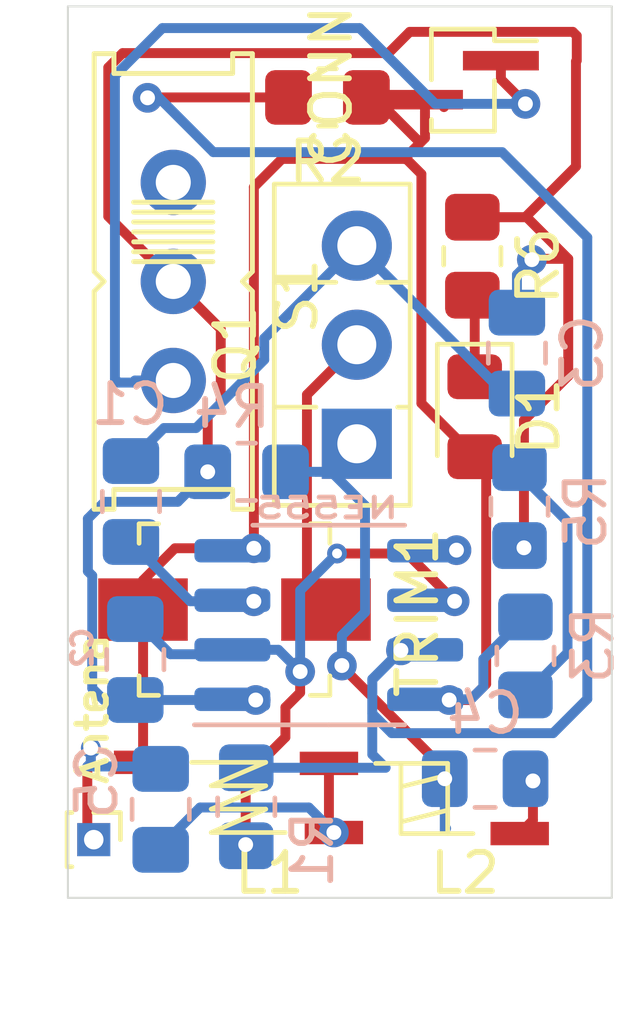
<source format=kicad_pcb>
(kicad_pcb (version 20171130) (host pcbnew 5.1.12-84ad8e8a86~92~ubuntu20.04.1)

  (general
    (thickness 1.6)
    (drawings 4)
    (tracks 177)
    (zones 0)
    (modules 20)
    (nets 17)
  )

  (page A4)
  (layers
    (0 F.Cu signal)
    (31 B.Cu signal)
    (32 B.Adhes user)
    (33 F.Adhes user)
    (34 B.Paste user)
    (35 F.Paste user)
    (36 B.SilkS user)
    (37 F.SilkS user)
    (38 B.Mask user)
    (39 F.Mask user)
    (40 Dwgs.User user)
    (41 Cmts.User user)
    (42 Eco1.User user)
    (43 Eco2.User user)
    (44 Edge.Cuts user)
    (45 Margin user)
    (46 B.CrtYd user)
    (47 F.CrtYd user)
    (48 B.Fab user)
    (49 F.Fab user)
  )

  (setup
    (last_trace_width 0.254)
    (user_trace_width 0.254)
    (trace_clearance 0.254)
    (zone_clearance 0.508)
    (zone_45_only no)
    (trace_min 0.254)
    (via_size 0.762)
    (via_drill 0.381)
    (via_min_size 0.508)
    (via_min_drill 0.254)
    (uvia_size 0.508)
    (uvia_drill 0.254)
    (uvias_allowed no)
    (uvia_min_size 0.508)
    (uvia_min_drill 0.254)
    (edge_width 0.05)
    (segment_width 0.2)
    (pcb_text_width 0.3)
    (pcb_text_size 1.5 1.5)
    (mod_edge_width 0.12)
    (mod_text_size 1 1)
    (mod_text_width 0.15)
    (pad_size 1.524 1.524)
    (pad_drill 0.762)
    (pad_to_mask_clearance 0)
    (aux_axis_origin 0 0)
    (visible_elements FFFFFF7F)
    (pcbplotparams
      (layerselection 0x010fc_ffffffff)
      (usegerberextensions false)
      (usegerberattributes true)
      (usegerberadvancedattributes true)
      (creategerberjobfile true)
      (excludeedgelayer true)
      (linewidth 0.100000)
      (plotframeref false)
      (viasonmask false)
      (mode 1)
      (useauxorigin false)
      (hpglpennumber 1)
      (hpglpenspeed 20)
      (hpglpendiameter 15.000000)
      (psnegative false)
      (psa4output false)
      (plotreference true)
      (plotvalue true)
      (plotinvisibletext false)
      (padsonsilk false)
      (subtractmaskfromsilk false)
      (outputformat 1)
      (mirror false)
      (drillshape 0)
      (scaleselection 1)
      (outputdirectory "files/pnp files/"))
  )

  (net 0 "")
  (net 1 "Net-(ANT1-Pad1)")
  (net 2 "Net-(C1-Pad1)")
  (net 3 "Net-(C1-Pad2)")
  (net 4 "Net-(C2-Pad1)")
  (net 5 Earth)
  (net 6 "Net-(C4-Pad1)")
  (net 7 "Net-(C4-Pad2)")
  (net 8 "Net-(C5-Pad2)")
  (net 9 "Net-(D1-Pad1)")
  (net 10 "Net-(D1-Pad2)")
  (net 11 "Net-(J1-Pad1)")
  (net 12 "Net-(Q1-Pad2)")
  (net 13 "Net-(R1-Pad1)")
  (net 14 "Net-(R3-Pad2)")
  (net 15 "Net-(S1-PadO)")
  (net 16 "Net-(U1-Pad5)")

  (net_class Default "This is the default net class."
    (clearance 0.254)
    (trace_width 0.254)
    (via_dia 0.762)
    (via_drill 0.381)
    (uvia_dia 0.508)
    (uvia_drill 0.254)
    (diff_pair_width 0.254)
    (diff_pair_gap 0.25)
    (add_net Earth)
    (add_net "Net-(ANT1-Pad1)")
    (add_net "Net-(C1-Pad1)")
    (add_net "Net-(C1-Pad2)")
    (add_net "Net-(C2-Pad1)")
    (add_net "Net-(C4-Pad1)")
    (add_net "Net-(C4-Pad2)")
    (add_net "Net-(C5-Pad2)")
    (add_net "Net-(D1-Pad1)")
    (add_net "Net-(D1-Pad2)")
    (add_net "Net-(J1-Pad1)")
    (add_net "Net-(Q1-Pad2)")
    (add_net "Net-(R1-Pad1)")
    (add_net "Net-(R3-Pad2)")
    (add_net "Net-(S1-PadO)")
    (add_net "Net-(U1-Pad5)")
  )

  (module Resistor_SMD:R_0805_2012Metric_Pad1.20x1.40mm_HandSolder (layer F.Cu) (tedit 5F68FEEE) (tstamp 61EB6967)
    (at 69.1515 39.67226 180)
    (descr "Resistor SMD 0805 (2012 Metric), square (rectangular) end terminal, IPC_7351 nominal with elongated pad for handsoldering. (Body size source: IPC-SM-782 page 72, https://www.pcb-3d.com/wordpress/wp-content/uploads/ipc-sm-782a_amendment_1_and_2.pdf), generated with kicad-footprint-generator")
    (tags "resistor handsolder")
    (path /61EA91F9)
    (attr smd)
    (fp_text reference R2 (at 0 -1.65) (layer F.SilkS)
      (effects (font (size 1 1) (thickness 0.15)))
    )
    (fp_text value 6.8k (at 0 1.65) (layer F.Fab)
      (effects (font (size 1 1) (thickness 0.15)))
    )
    (fp_line (start -1 0.625) (end -1 -0.625) (layer F.Fab) (width 0.1))
    (fp_line (start -1 -0.625) (end 1 -0.625) (layer F.Fab) (width 0.1))
    (fp_line (start 1 -0.625) (end 1 0.625) (layer F.Fab) (width 0.1))
    (fp_line (start 1 0.625) (end -1 0.625) (layer F.Fab) (width 0.1))
    (fp_line (start -0.227064 -0.735) (end 0.227064 -0.735) (layer F.SilkS) (width 0.12))
    (fp_line (start -0.227064 0.735) (end 0.227064 0.735) (layer F.SilkS) (width 0.12))
    (fp_line (start -1.85 0.95) (end -1.85 -0.95) (layer F.CrtYd) (width 0.05))
    (fp_line (start -1.85 -0.95) (end 1.85 -0.95) (layer F.CrtYd) (width 0.05))
    (fp_line (start 1.85 -0.95) (end 1.85 0.95) (layer F.CrtYd) (width 0.05))
    (fp_line (start 1.85 0.95) (end -1.85 0.95) (layer F.CrtYd) (width 0.05))
    (fp_text user %R (at 0 0) (layer F.Fab)
      (effects (font (size 0.5 0.5) (thickness 0.08)))
    )
    (pad 1 smd roundrect (at -1 0 180) (size 1.2 1.4) (layers F.Cu F.Paste F.Mask) (roundrect_rratio 0.2083325)
      (net 10 "Net-(D1-Pad2)"))
    (pad 2 smd roundrect (at 1 0 180) (size 1.2 1.4) (layers F.Cu F.Paste F.Mask) (roundrect_rratio 0.2083325)
      (net 13 "Net-(R1-Pad1)"))
    (model ${KISYS3DMOD}/Resistor_SMD.3dshapes/R_0805_2012Metric.wrl
      (at (xyz 0 0 0))
      (scale (xyz 1 1 1))
      (rotate (xyz 0 0 0))
    )
  )

  (module Connector_PinSocket_1.00mm:PinSocket_1x02_P1.00mm_Vertical_SMD_Pin1Right (layer F.Cu) (tedit 5A19A432) (tstamp 61EB41EB)
    (at 72.6313 39.2303)
    (descr "surface-mounted straight socket strip, 1x02, 1.00mm pitch, single row, style 2 (pin 1 right) (https://gct.co/files/drawings/bc070.pdf), script generated")
    (tags "Surface mounted socket strip SMD 1x02 1.00mm single row style2 pin1 right")
    (path /61ED3647)
    (attr smd)
    (fp_text reference CONN (at -3.38328 0.1651 90) (layer F.SilkS)
      (effects (font (size 1 1) (thickness 0.15)))
    )
    (fp_text value Connector (at 0 2.75) (layer F.Fab)
      (effects (font (size 1 1) (thickness 0.15)))
    )
    (fp_line (start -2.45 1.75) (end -2.45 -1.75) (layer F.CrtYd) (width 0.05))
    (fp_line (start 2.45 1.75) (end -2.45 1.75) (layer F.CrtYd) (width 0.05))
    (fp_line (start 2.45 -1.75) (end 2.45 1.75) (layer F.CrtYd) (width 0.05))
    (fp_line (start -2.45 -1.75) (end 2.45 -1.75) (layer F.CrtYd) (width 0.05))
    (fp_line (start -1.45 0.65) (end -1.45 0.35) (layer F.Fab) (width 0.1))
    (fp_line (start -0.75 0.65) (end -1.45 0.65) (layer F.Fab) (width 0.1))
    (fp_line (start -1.45 0.35) (end -0.75 0.35) (layer F.Fab) (width 0.1))
    (fp_line (start 1.45 -0.35) (end 0.75 -0.35) (layer F.Fab) (width 0.1))
    (fp_line (start 1.45 -0.65) (end 1.45 -0.35) (layer F.Fab) (width 0.1))
    (fp_line (start 0.75 -0.65) (end 1.45 -0.65) (layer F.Fab) (width 0.1))
    (fp_line (start -0.75 1.25) (end -0.75 -1.25) (layer F.Fab) (width 0.1))
    (fp_line (start 0.75 1.25) (end -0.75 1.25) (layer F.Fab) (width 0.1))
    (fp_line (start 0.75 -0.875) (end 0.75 1.25) (layer F.Fab) (width 0.1))
    (fp_line (start 0.375 -1.25) (end 0.75 -0.875) (layer F.Fab) (width 0.1))
    (fp_line (start -0.75 -1.25) (end 0.375 -1.25) (layer F.Fab) (width 0.1))
    (fp_line (start 0.81 -1.01) (end 1.89 -1.01) (layer F.SilkS) (width 0.12))
    (fp_line (start -0.81 1.01) (end -0.81 1.31) (layer F.SilkS) (width 0.12))
    (fp_line (start -0.81 -1.31) (end -0.81 -0.01) (layer F.SilkS) (width 0.12))
    (fp_line (start -0.81 1.31) (end 0.81 1.31) (layer F.SilkS) (width 0.12))
    (fp_line (start 0.81 0.01) (end 0.81 1.31) (layer F.SilkS) (width 0.12))
    (fp_line (start 0.81 -1.31) (end 0.81 -1.01) (layer F.SilkS) (width 0.12))
    (fp_line (start -0.81 -1.31) (end 0.81 -1.31) (layer F.SilkS) (width 0.12))
    (fp_text user %R (at 0 0 90) (layer F.Fab)
      (effects (font (size 0.9 0.9) (thickness 0.14)))
    )
    (pad 1 smd rect (at 0.975 -0.5) (size 1.95 0.5) (layers F.Cu F.Paste F.Mask)
      (net 11 "Net-(J1-Pad1)"))
    (pad 2 smd rect (at -0.975 0.5) (size 1.95 0.5) (layers F.Cu F.Paste F.Mask)
      (net 10 "Net-(D1-Pad2)"))
    (model ${KISYS3DMOD}/Connector_PinSocket_1.00mm.3dshapes/PinSocket_1x02_P1.00mm_Vertical_SMD_Pin1Right.wrl
      (at (xyz 0 0 0))
      (scale (xyz 1 1 1))
      (rotate (xyz 0 0 0))
    )
  )

  (module Connector_PinHeader_1.00mm:PinHeader_1x01_P1.00mm_Vertical (layer F.Cu) (tedit 59FED738) (tstamp 61EBB247)
    (at 63.14948 58.70702 270)
    (descr "Through hole straight pin header, 1x01, 1.00mm pitch, single row")
    (tags "Through hole pin header THT 1x01 1.00mm single row")
    (path /61EC4982)
    (fp_text reference Antena (at -3.3528 0.03302 90) (layer F.SilkS)
      (effects (font (size 0.762 0.762) (thickness 0.15)))
    )
    (fp_text value Antenna (at 0 1.56 90) (layer F.Fab)
      (effects (font (size 1 1) (thickness 0.15)))
    )
    (fp_line (start -0.3175 -0.5) (end 0.635 -0.5) (layer F.Fab) (width 0.1))
    (fp_line (start 0.635 -0.5) (end 0.635 0.5) (layer F.Fab) (width 0.1))
    (fp_line (start 0.635 0.5) (end -0.635 0.5) (layer F.Fab) (width 0.1))
    (fp_line (start -0.635 0.5) (end -0.635 -0.1825) (layer F.Fab) (width 0.1))
    (fp_line (start -0.635 -0.1825) (end -0.3175 -0.5) (layer F.Fab) (width 0.1))
    (fp_line (start -0.695 0.685) (end 0.695 0.685) (layer F.SilkS) (width 0.12))
    (fp_line (start -0.695 0.685) (end -0.695 0.56) (layer F.SilkS) (width 0.12))
    (fp_line (start 0.695 0.685) (end 0.695 0.56) (layer F.SilkS) (width 0.12))
    (fp_line (start -0.695 0.685) (end -0.608276 0.685) (layer F.SilkS) (width 0.12))
    (fp_line (start 0.608276 0.685) (end 0.695 0.685) (layer F.SilkS) (width 0.12))
    (fp_line (start -0.695 0) (end -0.695 -0.685) (layer F.SilkS) (width 0.12))
    (fp_line (start -0.695 -0.685) (end 0 -0.685) (layer F.SilkS) (width 0.12))
    (fp_line (start -1.15 -1) (end -1.15 1) (layer F.CrtYd) (width 0.05))
    (fp_line (start -1.15 1) (end 1.15 1) (layer F.CrtYd) (width 0.05))
    (fp_line (start 1.15 1) (end 1.15 -1) (layer F.CrtYd) (width 0.05))
    (fp_line (start 1.15 -1) (end -1.15 -1) (layer F.CrtYd) (width 0.05))
    (fp_text user %R (at 0 0) (layer F.Fab)
      (effects (font (size 0.76 0.76) (thickness 0.114)))
    )
    (pad 1 thru_hole rect (at 0 0 270) (size 0.85 0.85) (drill 0.5) (layers *.Cu *.Mask)
      (net 1 "Net-(ANT1-Pad1)"))
    (model ${KISYS3DMOD}/Connector_PinHeader_1.00mm.3dshapes/PinHeader_1x01_P1.00mm_Vertical.wrl
      (at (xyz 0 0 0))
      (scale (xyz 1 1 1))
      (rotate (xyz 0 0 0))
    )
  )

  (module Package_SO:SOIC-8_3.9x4.9mm_P1.27mm (layer B.Cu) (tedit 5D9F72B1) (tstamp 61EB67D9)
    (at 69.18452 53.20284)
    (descr "SOIC, 8 Pin (JEDEC MS-012AA, https://www.analog.com/media/en/package-pcb-resources/package/pkg_pdf/soic_narrow-r/r_8.pdf), generated with kicad-footprint-generator ipc_gullwing_generator.py")
    (tags "SOIC SO")
    (path /61EC6D88)
    (attr smd)
    (fp_text reference NE555 (at -0.04572 -2.99974 180) (layer B.SilkS)
      (effects (font (size 0.508 0.762) (thickness 0.127)) (justify mirror))
    )
    (fp_text value NE555 (at 0 -3.4) (layer B.Fab)
      (effects (font (size 1 1) (thickness 0.15)) (justify mirror))
    )
    (fp_line (start 3.7 2.7) (end -3.7 2.7) (layer B.CrtYd) (width 0.05))
    (fp_line (start 3.7 -2.7) (end 3.7 2.7) (layer B.CrtYd) (width 0.05))
    (fp_line (start -3.7 -2.7) (end 3.7 -2.7) (layer B.CrtYd) (width 0.05))
    (fp_line (start -3.7 2.7) (end -3.7 -2.7) (layer B.CrtYd) (width 0.05))
    (fp_line (start -1.95 1.475) (end -0.975 2.45) (layer B.Fab) (width 0.1))
    (fp_line (start -1.95 -2.45) (end -1.95 1.475) (layer B.Fab) (width 0.1))
    (fp_line (start 1.95 -2.45) (end -1.95 -2.45) (layer B.Fab) (width 0.1))
    (fp_line (start 1.95 2.45) (end 1.95 -2.45) (layer B.Fab) (width 0.1))
    (fp_line (start -0.975 2.45) (end 1.95 2.45) (layer B.Fab) (width 0.1))
    (fp_line (start 0 2.56) (end -3.45 2.56) (layer B.SilkS) (width 0.12))
    (fp_line (start 0 2.56) (end 1.95 2.56) (layer B.SilkS) (width 0.12))
    (fp_line (start 0 -2.56) (end -1.95 -2.56) (layer B.SilkS) (width 0.12))
    (fp_line (start 0 -2.56) (end 1.95 -2.56) (layer B.SilkS) (width 0.12))
    (fp_text user %R (at 0 0) (layer B.Fab)
      (effects (font (size 0.98 0.98) (thickness 0.15)) (justify mirror))
    )
    (pad 8 smd roundrect (at 2.475 1.905) (size 1.95 0.6) (layers B.Cu B.Paste B.Mask) (roundrect_rratio 0.25)
      (net 10 "Net-(D1-Pad2)"))
    (pad 7 smd roundrect (at 2.475 0.635) (size 1.95 0.6) (layers B.Cu B.Paste B.Mask) (roundrect_rratio 0.25)
      (net 13 "Net-(R1-Pad1)"))
    (pad 6 smd roundrect (at 2.475 -0.635) (size 1.95 0.6) (layers B.Cu B.Paste B.Mask) (roundrect_rratio 0.25)
      (net 4 "Net-(C2-Pad1)"))
    (pad 5 smd roundrect (at 2.475 -1.905) (size 1.95 0.6) (layers B.Cu B.Paste B.Mask) (roundrect_rratio 0.25)
      (net 16 "Net-(U1-Pad5)"))
    (pad 4 smd roundrect (at -2.475 -1.905) (size 1.95 0.6) (layers B.Cu B.Paste B.Mask) (roundrect_rratio 0.25)
      (net 10 "Net-(D1-Pad2)"))
    (pad 3 smd roundrect (at -2.475 -0.635) (size 1.95 0.6) (layers B.Cu B.Paste B.Mask) (roundrect_rratio 0.25)
      (net 2 "Net-(C1-Pad1)"))
    (pad 2 smd roundrect (at -2.475 0.635) (size 1.95 0.6) (layers B.Cu B.Paste B.Mask) (roundrect_rratio 0.25)
      (net 4 "Net-(C2-Pad1)"))
    (pad 1 smd roundrect (at -2.475 1.905) (size 1.95 0.6) (layers B.Cu B.Paste B.Mask) (roundrect_rratio 0.25)
      (net 5 Earth))
    (model ${KISYS3DMOD}/Package_SO.3dshapes/SOIC-8_3.9x4.9mm_P1.27mm.wrl
      (at (xyz 0 0 0))
      (scale (xyz 1 1 1))
      (rotate (xyz 0 0 0))
    )
  )

  (module Capacitor_SMD:C_Trimmer_Murata_TZB4-A (layer F.Cu) (tedit 590DA842) (tstamp 61EB756B)
    (at 66.7639 52.8066)
    (descr "trimmer capacitor SMD horizontal, http://www.murata.com/~/media/webrenewal/support/library/catalog/products/capacitor/trimmer/t13e.ashx?la=en-gb")
    (tags " Murata TZB4 TZB4-A")
    (path /61EB1F15)
    (attr smd)
    (fp_text reference TRIM1 (at 4.70154 0.07112 90) (layer F.SilkS)
      (effects (font (size 1 1) (thickness 0.15)))
    )
    (fp_text value 30pf (at 0 3.25) (layer F.Fab)
      (effects (font (size 1 1) (thickness 0.15)))
    )
    (fp_line (start 3.75 -2.25) (end -3.75 -2.25) (layer F.CrtYd) (width 0.05))
    (fp_line (start 3.75 2.25) (end 3.75 -2.25) (layer F.CrtYd) (width 0.05))
    (fp_line (start -3.75 2.25) (end 3.75 2.25) (layer F.CrtYd) (width 0.05))
    (fp_line (start -3.75 -2.25) (end -3.75 2.25) (layer F.CrtYd) (width 0.05))
    (fp_line (start 2.45 2.2) (end 2.45 1.7) (layer F.SilkS) (width 0.12))
    (fp_line (start 2.45 2.2) (end 1.95 2.2) (layer F.SilkS) (width 0.12))
    (fp_line (start 2.45 -2.2) (end 2.45 -1.7) (layer F.SilkS) (width 0.12))
    (fp_line (start 2.45 -2.2) (end 1.95 -2.2) (layer F.SilkS) (width 0.12))
    (fp_line (start -2.45 2.2) (end -2.45 1.7) (layer F.SilkS) (width 0.12))
    (fp_line (start -2.45 2.2) (end -1.95 2.2) (layer F.SilkS) (width 0.12))
    (fp_line (start -2.45 -2.2) (end -2.45 -1.7) (layer F.SilkS) (width 0.12))
    (fp_line (start -2.45 -2.2) (end -1.95 -2.2) (layer F.SilkS) (width 0.12))
    (fp_line (start -2.5 0.6) (end -2.25 0.6) (layer F.Fab) (width 0.1))
    (fp_line (start -2.5 -0.6) (end -2.5 0.6) (layer F.Fab) (width 0.1))
    (fp_line (start -2.25 -0.6) (end -2.5 -0.6) (layer F.Fab) (width 0.1))
    (fp_line (start 2.5 0.6) (end 2.25 0.6) (layer F.Fab) (width 0.1))
    (fp_line (start 2.5 -0.6) (end 2.5 0.6) (layer F.Fab) (width 0.1))
    (fp_line (start 2.25 -0.6) (end 2.5 -0.6) (layer F.Fab) (width 0.1))
    (fp_line (start -2.25 -1.99) (end -2.25 -2) (layer F.Fab) (width 0.1))
    (fp_line (start -2.25 1.99) (end -2.25 -1.99) (layer F.Fab) (width 0.1))
    (fp_line (start -2.25 2) (end -2.25 1.99) (layer F.Fab) (width 0.1))
    (fp_line (start -2.24 2) (end -2.25 2) (layer F.Fab) (width 0.1))
    (fp_line (start 2.24 2) (end -2.24 2) (layer F.Fab) (width 0.1))
    (fp_line (start 2.25 2) (end 2.24 2) (layer F.Fab) (width 0.1))
    (fp_line (start 2.25 1.99) (end 2.25 2) (layer F.Fab) (width 0.1))
    (fp_line (start 2.25 -1.99) (end 2.25 1.99) (layer F.Fab) (width 0.1))
    (fp_line (start 2.25 -2) (end 2.25 -1.99) (layer F.Fab) (width 0.1))
    (fp_line (start 2.24 -2) (end 2.25 -2) (layer F.Fab) (width 0.1))
    (fp_line (start -2.24 -2) (end 2.24 -2) (layer F.Fab) (width 0.1))
    (fp_line (start -2.25 -2) (end -2.24 -2) (layer F.Fab) (width 0.1))
    (fp_circle (center 0 0) (end 2 0) (layer F.Fab) (width 0.1))
    (fp_text user %R (at 0 0) (layer F.Fab)
      (effects (font (size 0.5 0.5) (thickness 0.05)))
    )
    (pad 2 smd rect (at 2.35 0) (size 2.3 1.6) (layers F.Cu F.Paste F.Mask)
      (net 12 "Net-(Q1-Pad2)"))
    (pad 1 smd rect (at -2.35 0) (size 2.3 1.6) (layers F.Cu F.Paste F.Mask)
      (net 10 "Net-(D1-Pad2)"))
    (model ${KISYS3DMOD}/Capacitor_SMD.3dshapes/C_Trimmer_Murata_TZB4-A.wrl
      (at (xyz 0 0 0))
      (scale (xyz 1 1 1))
      (rotate (xyz 0 0 0))
    )
  )

  (module EG1218:EG1218 (layer F.Cu) (tedit 61EA7F38) (tstamp 61EB2582)
    (at 65.19164 44.39158 270)
    (path /61F1CACD)
    (fp_text reference S1 (at 0.381 -3.175 90) (layer F.SilkS)
      (effects (font (size 1 1) (thickness 0.15)))
    )
    (fp_text value EG1218 (at 0 0 90) (layer F.Fab)
      (effects (font (size 0.787402 0.787402) (thickness 0.15)))
    )
    (fp_line (start -0.508 -1.016) (end -0.508 1.016) (layer F.SilkS) (width 0.127))
    (fp_line (start -0.762 1.016) (end -0.762 -1.016) (layer F.SilkS) (width 0.127))
    (fp_line (start -1.016 -1.016) (end -1.016 1.016) (layer F.SilkS) (width 0.127))
    (fp_line (start -1.27 1.016) (end -1.27 -1.016) (layer F.SilkS) (width 0.127))
    (fp_line (start -1.524 -1.016) (end -1.524 1.016) (layer F.SilkS) (width 0.127))
    (fp_line (start -1.778 1.016) (end -1.778 -1.016) (layer F.SilkS) (width 0.127))
    (fp_line (start -2.032 -1.016) (end -2.032 1.016) (layer F.SilkS) (width 0.127))
    (fp_line (start -2.286 1.016) (end -2.286 -1.016) (layer Dwgs.User) (width 0.127))
    (fp_line (start 2.286 1.016) (end -2.286 1.016) (layer Dwgs.User) (width 0.127))
    (fp_line (start 2.286 -1.016) (end 2.286 1.016) (layer Dwgs.User) (width 0.127))
    (fp_line (start -2.286 -1.016) (end 2.286 -1.016) (layer Dwgs.User) (width 0.127))
    (fp_line (start -5.842 -1.524) (end -5.842 -2.032) (layer F.SilkS) (width 0.127))
    (fp_line (start -5.334 -1.524) (end -5.842 -1.524) (layer F.SilkS) (width 0.127))
    (fp_line (start -5.334 1.524) (end -5.334 -1.524) (layer F.SilkS) (width 0.127))
    (fp_line (start -5.842 1.524) (end -5.334 1.524) (layer F.SilkS) (width 0.127))
    (fp_line (start -5.842 2.032) (end -5.842 1.524) (layer F.SilkS) (width 0.127))
    (fp_line (start -0.254 2.032) (end -5.842 2.032) (layer F.SilkS) (width 0.127))
    (fp_line (start 0 1.778) (end -0.254 2.032) (layer F.SilkS) (width 0.127))
    (fp_line (start 0.254 2.032) (end 0 1.778) (layer F.SilkS) (width 0.127))
    (fp_line (start 5.842 2.032) (end 0.254 2.032) (layer F.SilkS) (width 0.127))
    (fp_line (start 5.842 1.524) (end 5.842 2.032) (layer F.SilkS) (width 0.127))
    (fp_line (start 5.334 1.524) (end 5.842 1.524) (layer F.SilkS) (width 0.127))
    (fp_line (start 5.334 -1.524) (end 5.334 1.524) (layer F.SilkS) (width 0.127))
    (fp_line (start 5.842 -1.524) (end 5.334 -1.524) (layer F.SilkS) (width 0.127))
    (fp_line (start 5.842 -2.032) (end 5.842 -1.524) (layer F.SilkS) (width 0.127))
    (fp_line (start 0.254 -2.032) (end 5.842 -2.032) (layer F.SilkS) (width 0.127))
    (fp_line (start 0 -1.778) (end 0.254 -2.032) (layer F.SilkS) (width 0.127))
    (fp_line (start -0.254 -2.032) (end 0 -1.778) (layer F.SilkS) (width 0.127))
    (fp_line (start -5.842 -2.032) (end -0.254 -2.032) (layer F.SilkS) (width 0.127))
    (pad S thru_hole circle (at 2.54 0 270) (size 1.6764 1.6764) (drill 0.9) (layers *.Cu *.Mask)
      (net 11 "Net-(J1-Pad1)"))
    (pad O thru_hole circle (at -2.54 0 270) (size 1.6764 1.6764) (drill 0.9) (layers *.Cu *.Mask)
      (net 15 "Net-(S1-PadO)"))
    (pad P thru_hole circle (at 0 0 270) (size 1.6764 1.6764) (drill 0.9) (layers *.Cu *.Mask)
      (net 5 Earth))
    (model ${KIPRJMOD}/EG1218/EG1218.step
      (at (xyz 0 0 0))
      (scale (xyz 1 1 1))
      (rotate (xyz 0 0 0))
    )
  )

  (module Resistor_SMD:R_0805_2012Metric_Pad1.20x1.40mm_HandSolder (layer F.Cu) (tedit 5F68FEEE) (tstamp 61EB777B)
    (at 72.8726 43.74464 90)
    (descr "Resistor SMD 0805 (2012 Metric), square (rectangular) end terminal, IPC_7351 nominal with elongated pad for handsoldering. (Body size source: IPC-SM-782 page 72, https://www.pcb-3d.com/wordpress/wp-content/uploads/ipc-sm-782a_amendment_1_and_2.pdf), generated with kicad-footprint-generator")
    (tags "resistor handsolder")
    (path /61EA8A45)
    (attr smd)
    (fp_text reference R6 (at -0.25324 1.69418 90) (layer F.SilkS)
      (effects (font (size 1 1) (thickness 0.15)))
    )
    (fp_text value 3.9k (at 0 1.65 90) (layer F.Fab)
      (effects (font (size 1 1) (thickness 0.15)))
    )
    (fp_line (start 1.85 0.95) (end -1.85 0.95) (layer F.CrtYd) (width 0.05))
    (fp_line (start 1.85 -0.95) (end 1.85 0.95) (layer F.CrtYd) (width 0.05))
    (fp_line (start -1.85 -0.95) (end 1.85 -0.95) (layer F.CrtYd) (width 0.05))
    (fp_line (start -1.85 0.95) (end -1.85 -0.95) (layer F.CrtYd) (width 0.05))
    (fp_line (start -0.227064 0.735) (end 0.227064 0.735) (layer F.SilkS) (width 0.12))
    (fp_line (start -0.227064 -0.735) (end 0.227064 -0.735) (layer F.SilkS) (width 0.12))
    (fp_line (start 1 0.625) (end -1 0.625) (layer F.Fab) (width 0.1))
    (fp_line (start 1 -0.625) (end 1 0.625) (layer F.Fab) (width 0.1))
    (fp_line (start -1 -0.625) (end 1 -0.625) (layer F.Fab) (width 0.1))
    (fp_line (start -1 0.625) (end -1 -0.625) (layer F.Fab) (width 0.1))
    (fp_text user %R (at 0 0 90) (layer F.Fab)
      (effects (font (size 0.5 0.5) (thickness 0.08)))
    )
    (pad 2 smd roundrect (at 1 0 90) (size 1.2 1.4) (layers F.Cu F.Paste F.Mask) (roundrect_rratio 0.2083325)
      (net 5 Earth))
    (pad 1 smd roundrect (at -1 0 90) (size 1.2 1.4) (layers F.Cu F.Paste F.Mask) (roundrect_rratio 0.2083325)
      (net 9 "Net-(D1-Pad1)"))
    (model ${KISYS3DMOD}/Resistor_SMD.3dshapes/R_0805_2012Metric.wrl
      (at (xyz 0 0 0))
      (scale (xyz 1 1 1))
      (rotate (xyz 0 0 0))
    )
  )

  (module Resistor_SMD:R_0805_2012Metric_Pad1.20x1.40mm_HandSolder (layer B.Cu) (tedit 5F68FEEE) (tstamp 61EB851C)
    (at 74.08418 50.165 270)
    (descr "Resistor SMD 0805 (2012 Metric), square (rectangular) end terminal, IPC_7351 nominal with elongated pad for handsoldering. (Body size source: IPC-SM-782 page 72, https://www.pcb-3d.com/wordpress/wp-content/uploads/ipc-sm-782a_amendment_1_and_2.pdf), generated with kicad-footprint-generator")
    (tags "resistor handsolder")
    (path /61EAC072)
    (attr smd)
    (fp_text reference R5 (at 0.1143 -1.7018 90) (layer B.SilkS)
      (effects (font (size 1 1) (thickness 0.15)) (justify mirror))
    )
    (fp_text value 5.6k (at 0 -1.65 270) (layer B.Fab)
      (effects (font (size 1 1) (thickness 0.15)) (justify mirror))
    )
    (fp_line (start 1.85 -0.95) (end -1.85 -0.95) (layer B.CrtYd) (width 0.05))
    (fp_line (start 1.85 0.95) (end 1.85 -0.95) (layer B.CrtYd) (width 0.05))
    (fp_line (start -1.85 0.95) (end 1.85 0.95) (layer B.CrtYd) (width 0.05))
    (fp_line (start -1.85 -0.95) (end -1.85 0.95) (layer B.CrtYd) (width 0.05))
    (fp_line (start -0.227064 -0.735) (end 0.227064 -0.735) (layer B.SilkS) (width 0.12))
    (fp_line (start -0.227064 0.735) (end 0.227064 0.735) (layer B.SilkS) (width 0.12))
    (fp_line (start 1 -0.625) (end -1 -0.625) (layer B.Fab) (width 0.1))
    (fp_line (start 1 0.625) (end 1 -0.625) (layer B.Fab) (width 0.1))
    (fp_line (start -1 0.625) (end 1 0.625) (layer B.Fab) (width 0.1))
    (fp_line (start -1 -0.625) (end -1 0.625) (layer B.Fab) (width 0.1))
    (fp_text user %R (at 0 0 270) (layer B.Fab)
      (effects (font (size 0.5 0.5) (thickness 0.08)) (justify mirror))
    )
    (pad 2 smd roundrect (at 1 0 270) (size 1.2 1.4) (layers B.Cu B.Paste B.Mask) (roundrect_rratio 0.2083325)
      (net 5 Earth))
    (pad 1 smd roundrect (at -1 0 270) (size 1.2 1.4) (layers B.Cu B.Paste B.Mask) (roundrect_rratio 0.2083325)
      (net 14 "Net-(R3-Pad2)"))
    (model ${KISYS3DMOD}/Resistor_SMD.3dshapes/R_0805_2012Metric.wrl
      (at (xyz 0 0 0))
      (scale (xyz 1 1 1))
      (rotate (xyz 0 0 0))
    )
  )

  (module Resistor_SMD:R_0805_2012Metric_Pad1.20x1.40mm_HandSolder (layer B.Cu) (tedit 5F68FEEE) (tstamp 61EB253C)
    (at 67.07632 49.27346 180)
    (descr "Resistor SMD 0805 (2012 Metric), square (rectangular) end terminal, IPC_7351 nominal with elongated pad for handsoldering. (Body size source: IPC-SM-782 page 72, https://www.pcb-3d.com/wordpress/wp-content/uploads/ipc-sm-782a_amendment_1_and_2.pdf), generated with kicad-footprint-generator")
    (tags "resistor handsolder")
    (path /61EAC684)
    (attr smd)
    (fp_text reference R4 (at 0.37592 1.65608 180) (layer B.SilkS)
      (effects (font (size 1 1) (thickness 0.15)) (justify mirror))
    )
    (fp_text value 220 (at 0 -1.65 180) (layer B.Fab)
      (effects (font (size 1 1) (thickness 0.15)) (justify mirror))
    )
    (fp_line (start 1.85 -0.95) (end -1.85 -0.95) (layer B.CrtYd) (width 0.05))
    (fp_line (start 1.85 0.95) (end 1.85 -0.95) (layer B.CrtYd) (width 0.05))
    (fp_line (start -1.85 0.95) (end 1.85 0.95) (layer B.CrtYd) (width 0.05))
    (fp_line (start -1.85 -0.95) (end -1.85 0.95) (layer B.CrtYd) (width 0.05))
    (fp_line (start -0.227064 -0.735) (end 0.227064 -0.735) (layer B.SilkS) (width 0.12))
    (fp_line (start -0.227064 0.735) (end 0.227064 0.735) (layer B.SilkS) (width 0.12))
    (fp_line (start 1 -0.625) (end -1 -0.625) (layer B.Fab) (width 0.1))
    (fp_line (start 1 0.625) (end 1 -0.625) (layer B.Fab) (width 0.1))
    (fp_line (start -1 0.625) (end 1 0.625) (layer B.Fab) (width 0.1))
    (fp_line (start -1 -0.625) (end -1 0.625) (layer B.Fab) (width 0.1))
    (fp_text user %R (at 0 0 180) (layer B.Fab)
      (effects (font (size 0.5 0.5) (thickness 0.08)) (justify mirror))
    )
    (pad 2 smd roundrect (at 1 0 180) (size 1.2 1.4) (layers B.Cu B.Paste B.Mask) (roundrect_rratio 0.2083325)
      (net 5 Earth))
    (pad 1 smd roundrect (at -1 0 180) (size 1.2 1.4) (layers B.Cu B.Paste B.Mask) (roundrect_rratio 0.2083325)
      (net 7 "Net-(C4-Pad2)"))
    (model ${KISYS3DMOD}/Resistor_SMD.3dshapes/R_0805_2012Metric.wrl
      (at (xyz 0 0 0))
      (scale (xyz 1 1 1))
      (rotate (xyz 0 0 0))
    )
  )

  (module Resistor_SMD:R_0805_2012Metric_Pad1.20x1.40mm_HandSolder (layer B.Cu) (tedit 5F68FEEE) (tstamp 61EB85C0)
    (at 74.23658 53.99532 270)
    (descr "Resistor SMD 0805 (2012 Metric), square (rectangular) end terminal, IPC_7351 nominal with elongated pad for handsoldering. (Body size source: IPC-SM-782 page 72, https://www.pcb-3d.com/wordpress/wp-content/uploads/ipc-sm-782a_amendment_1_and_2.pdf), generated with kicad-footprint-generator")
    (tags "resistor handsolder")
    (path /61EAA3E7)
    (attr smd)
    (fp_text reference R3 (at -0.28194 -1.73482 90) (layer B.SilkS)
      (effects (font (size 1 1) (thickness 0.15)) (justify mirror))
    )
    (fp_text value 10k (at 0 -1.65 270) (layer B.Fab)
      (effects (font (size 1 1) (thickness 0.15)) (justify mirror))
    )
    (fp_line (start 1.85 -0.95) (end -1.85 -0.95) (layer B.CrtYd) (width 0.05))
    (fp_line (start 1.85 0.95) (end 1.85 -0.95) (layer B.CrtYd) (width 0.05))
    (fp_line (start -1.85 0.95) (end 1.85 0.95) (layer B.CrtYd) (width 0.05))
    (fp_line (start -1.85 -0.95) (end -1.85 0.95) (layer B.CrtYd) (width 0.05))
    (fp_line (start -0.227064 -0.735) (end 0.227064 -0.735) (layer B.SilkS) (width 0.12))
    (fp_line (start -0.227064 0.735) (end 0.227064 0.735) (layer B.SilkS) (width 0.12))
    (fp_line (start 1 -0.625) (end -1 -0.625) (layer B.Fab) (width 0.1))
    (fp_line (start 1 0.625) (end 1 -0.625) (layer B.Fab) (width 0.1))
    (fp_line (start -1 0.625) (end 1 0.625) (layer B.Fab) (width 0.1))
    (fp_line (start -1 -0.625) (end -1 0.625) (layer B.Fab) (width 0.1))
    (fp_text user %R (at 0 0 270) (layer B.Fab)
      (effects (font (size 0.5 0.5) (thickness 0.08)) (justify mirror))
    )
    (pad 2 smd roundrect (at 1 0 270) (size 1.2 1.4) (layers B.Cu B.Paste B.Mask) (roundrect_rratio 0.2083325)
      (net 14 "Net-(R3-Pad2)"))
    (pad 1 smd roundrect (at -1 0 270) (size 1.2 1.4) (layers B.Cu B.Paste B.Mask) (roundrect_rratio 0.2083325)
      (net 10 "Net-(D1-Pad2)"))
    (model ${KISYS3DMOD}/Resistor_SMD.3dshapes/R_0805_2012Metric.wrl
      (at (xyz 0 0 0))
      (scale (xyz 1 1 1))
      (rotate (xyz 0 0 0))
    )
  )

  (module Resistor_SMD:R_0805_2012Metric_Pad1.20x1.40mm_HandSolder (layer B.Cu) (tedit 5F68FEEE) (tstamp 61EB91AB)
    (at 67.06616 57.86298 270)
    (descr "Resistor SMD 0805 (2012 Metric), square (rectangular) end terminal, IPC_7351 nominal with elongated pad for handsoldering. (Body size source: IPC-SM-782 page 72, https://www.pcb-3d.com/wordpress/wp-content/uploads/ipc-sm-782a_amendment_1_and_2.pdf), generated with kicad-footprint-generator")
    (tags "resistor handsolder")
    (path /61EA9FB2)
    (attr smd)
    (fp_text reference R1 (at 1.0955 -1.7018 90) (layer B.SilkS)
      (effects (font (size 1 1) (thickness 0.15)) (justify mirror))
    )
    (fp_text value 82k (at 0 -1.65 270) (layer B.Fab)
      (effects (font (size 1 1) (thickness 0.15)) (justify mirror))
    )
    (fp_line (start 1.85 -0.95) (end -1.85 -0.95) (layer B.CrtYd) (width 0.05))
    (fp_line (start 1.85 0.95) (end 1.85 -0.95) (layer B.CrtYd) (width 0.05))
    (fp_line (start -1.85 0.95) (end 1.85 0.95) (layer B.CrtYd) (width 0.05))
    (fp_line (start -1.85 -0.95) (end -1.85 0.95) (layer B.CrtYd) (width 0.05))
    (fp_line (start -0.227064 -0.735) (end 0.227064 -0.735) (layer B.SilkS) (width 0.12))
    (fp_line (start -0.227064 0.735) (end 0.227064 0.735) (layer B.SilkS) (width 0.12))
    (fp_line (start 1 -0.625) (end -1 -0.625) (layer B.Fab) (width 0.1))
    (fp_line (start 1 0.625) (end 1 -0.625) (layer B.Fab) (width 0.1))
    (fp_line (start -1 0.625) (end 1 0.625) (layer B.Fab) (width 0.1))
    (fp_line (start -1 -0.625) (end -1 0.625) (layer B.Fab) (width 0.1))
    (fp_text user %R (at 0 0 270) (layer B.Fab)
      (effects (font (size 0.5 0.5) (thickness 0.08)) (justify mirror))
    )
    (pad 2 smd roundrect (at 1 0 270) (size 1.2 1.4) (layers B.Cu B.Paste B.Mask) (roundrect_rratio 0.2083325)
      (net 4 "Net-(C2-Pad1)"))
    (pad 1 smd roundrect (at -1 0 270) (size 1.2 1.4) (layers B.Cu B.Paste B.Mask) (roundrect_rratio 0.2083325)
      (net 13 "Net-(R1-Pad1)"))
    (model ${KISYS3DMOD}/Resistor_SMD.3dshapes/R_0805_2012Metric.wrl
      (at (xyz 0 0 0))
      (scale (xyz 1 1 1))
      (rotate (xyz 0 0 0))
    )
  )

  (module Package_TO_SOT_THT:TO-126-3_Vertical (layer F.Cu) (tedit 5AC8BA0D) (tstamp 61EB24F8)
    (at 69.90588 48.55464 90)
    (descr "TO-126-3, Vertical, RM 2.54mm, see https://www.diodes.com/assets/Package-Files/TO126.pdf")
    (tags "TO-126-3 Vertical RM 2.54mm")
    (path /61EC3980)
    (fp_text reference Q1 (at 2.54 -3.12 90) (layer F.SilkS)
      (effects (font (size 1 1) (thickness 0.15)))
    )
    (fp_text value BF459 (at 2.54 2.5 90) (layer F.Fab)
      (effects (font (size 1 1) (thickness 0.15)))
    )
    (fp_line (start 6.79 -2.25) (end -1.71 -2.25) (layer F.CrtYd) (width 0.05))
    (fp_line (start 6.79 1.5) (end 6.79 -2.25) (layer F.CrtYd) (width 0.05))
    (fp_line (start -1.71 1.5) (end 6.79 1.5) (layer F.CrtYd) (width 0.05))
    (fp_line (start -1.71 -2.25) (end -1.71 1.5) (layer F.CrtYd) (width 0.05))
    (fp_line (start 4.141 0.54) (end 4.141 1.37) (layer F.SilkS) (width 0.12))
    (fp_line (start 4.141 -2.12) (end 4.141 -0.54) (layer F.SilkS) (width 0.12))
    (fp_line (start 0.94 1.05) (end 0.94 1.37) (layer F.SilkS) (width 0.12))
    (fp_line (start 0.94 -2.12) (end 0.94 -1.05) (layer F.SilkS) (width 0.12))
    (fp_line (start 6.66 -2.12) (end 6.66 1.37) (layer F.SilkS) (width 0.12))
    (fp_line (start -1.58 -2.12) (end -1.58 1.37) (layer F.SilkS) (width 0.12))
    (fp_line (start -1.58 1.37) (end 6.66 1.37) (layer F.SilkS) (width 0.12))
    (fp_line (start -1.58 -2.12) (end 6.66 -2.12) (layer F.SilkS) (width 0.12))
    (fp_line (start 4.14 -2) (end 4.14 1.25) (layer F.Fab) (width 0.1))
    (fp_line (start 0.94 -2) (end 0.94 1.25) (layer F.Fab) (width 0.1))
    (fp_line (start 6.54 -2) (end -1.46 -2) (layer F.Fab) (width 0.1))
    (fp_line (start 6.54 1.25) (end 6.54 -2) (layer F.Fab) (width 0.1))
    (fp_line (start -1.46 1.25) (end 6.54 1.25) (layer F.Fab) (width 0.1))
    (fp_line (start -1.46 -2) (end -1.46 1.25) (layer F.Fab) (width 0.1))
    (fp_text user %R (at 2.54 -3.12 90) (layer F.Fab)
      (effects (font (size 1 1) (thickness 0.15)))
    )
    (pad 3 thru_hole oval (at 5.08 0 90) (size 1.8 1.8) (drill 1) (layers *.Cu *.Mask)
      (net 3 "Net-(C1-Pad2)"))
    (pad 2 thru_hole oval (at 2.54 0 90) (size 1.8 1.8) (drill 1) (layers *.Cu *.Mask)
      (net 12 "Net-(Q1-Pad2)"))
    (pad 1 thru_hole rect (at 0 0 90) (size 1.8 1.8) (drill 1) (layers *.Cu *.Mask)
      (net 7 "Net-(C4-Pad2)"))
    (model ${KISYS3DMOD}/Package_TO_SOT_THT.3dshapes/TO-126-3_Vertical.wrl
      (offset (xyz -0 -0.1016 -1.7272))
      (scale (xyz 1.0001 0.4 0.6))
      (rotate (xyz 0 0 0))
    )
  )

  (module Inductor_SMD:L_Neosid_Air-Coil_SML_4turn_HAM0431A (layer F.Cu) (tedit 5990349C) (tstamp 61EB24DE)
    (at 71.6396 57.65122 270)
    (descr "Neosid, Air-Coil, SML, 4turn, HAM0431A,")
    (tags "Neosid Air-Coil SML 4turn HAM0431A")
    (path /61EBFCAE)
    (attr smd)
    (fp_text reference L2 (at 1.91432 -1.04504 180) (layer F.SilkS)
      (effects (font (size 1 1) (thickness 0.15)))
    )
    (fp_text value "4 Turn 24 AWG" (at 0 4.5 90) (layer F.Fab)
      (effects (font (size 1 1) (thickness 0.15)))
    )
    (fp_line (start -0.9 1.25) (end -0.9 -0.6) (layer F.SilkS) (width 0.12))
    (fp_line (start -0.9 -0.6) (end 0.9 -0.6) (layer F.SilkS) (width 0.12))
    (fp_line (start 0.9 0.6) (end -0.9 0.6) (layer F.SilkS) (width 0.12))
    (fp_line (start 0.9 0.6) (end 0.9 -1.25) (layer F.SilkS) (width 0.12))
    (fp_line (start 0.3 -0.6) (end 0.6 0.6) (layer F.SilkS) (width 0.12))
    (fp_line (start -0.6 -0.6) (end -0.3 0.6) (layer F.SilkS) (width 0.12))
    (fp_line (start -1.45 -1.1) (end -1.45 3.45) (layer F.CrtYd) (width 0.05))
    (fp_line (start 0.35 -1.1) (end -1.45 -1.1) (layer F.CrtYd) (width 0.05))
    (fp_line (start 0.35 -3.45) (end 0.35 -1.1) (layer F.CrtYd) (width 0.05))
    (fp_line (start 1.45 -3.45) (end 0.35 -3.45) (layer F.CrtYd) (width 0.05))
    (fp_line (start 1.45 1.1) (end 1.45 -3.45) (layer F.CrtYd) (width 0.05))
    (fp_line (start -0.35 1.1) (end 1.45 1.1) (layer F.CrtYd) (width 0.05))
    (fp_line (start -0.35 3.45) (end -0.35 1.1) (layer F.CrtYd) (width 0.05))
    (fp_line (start -1.45 3.45) (end -0.35 3.45) (layer F.CrtYd) (width 0.05))
    (fp_line (start 0.9 0.6) (end 0.9 -2.6) (layer F.Fab) (width 0.1))
    (fp_line (start 0.6 -0.6) (end 0.9 0.6) (layer F.Fab) (width 0.1))
    (fp_line (start 0.6 0.6) (end 0.6 -0.6) (layer F.Fab) (width 0.1))
    (fp_line (start 0.3 -0.6) (end 0.6 0.6) (layer F.Fab) (width 0.1))
    (fp_line (start 0 0.6) (end 0 -0.6) (layer F.Fab) (width 0.1))
    (fp_line (start -0.3 -0.6) (end 0 0.6) (layer F.Fab) (width 0.1))
    (fp_line (start -0.3 0.6) (end -0.3 -0.6) (layer F.Fab) (width 0.1))
    (fp_line (start -0.6 -0.6) (end -0.3 0.6) (layer F.Fab) (width 0.1))
    (fp_line (start -0.6 0.6) (end -0.6 -0.6) (layer F.Fab) (width 0.1))
    (fp_line (start -0.9 -0.6) (end -0.6 0.6) (layer F.Fab) (width 0.1))
    (fp_line (start -0.9 2.5) (end -0.9 -0.6) (layer F.Fab) (width 0.1))
    (fp_line (start 0.3 0.6) (end 0 -0.6) (layer F.Fab) (width 0.1))
    (fp_line (start 0.3 -0.6) (end 0.3 0.6) (layer F.Fab) (width 0.1))
    (fp_text user %R (at 0 -0.05 90) (layer F.Fab)
      (effects (font (size 0.5 0.5) (thickness 0.075)))
    )
    (pad 2 smd rect (at 0.9 -2.45 270) (size 0.6 1.5) (layers F.Cu F.Paste F.Mask)
      (net 6 "Net-(C4-Pad1)"))
    (pad 1 smd rect (at -0.9 2.45 270) (size 0.6 1.5) (layers F.Cu F.Paste F.Mask)
      (net 8 "Net-(C5-Pad2)"))
    (model ${KISYS3DMOD}/Inductor_SMD.3dshapes/L_Neosid_Air-Coil_SML_4turn_HAM0431A.wrl
      (at (xyz 0 0 0))
      (scale (xyz 1 1 1))
      (rotate (xyz 0 0 0))
    )
  )

  (module Inductor_SMD:L_Neosid_Air-Coil_SML_3turn_HAM0331A (layer F.Cu) (tedit 5990349C) (tstamp 61EB24BC)
    (at 66.8666 57.62414 270)
    (descr "Neosid, Air-Coil, SML, 2turn, HAM0331A,")
    (tags "Neosid Air-Coil SML 3turn HAM0331A")
    (path /61EB80B2)
    (attr smd)
    (fp_text reference L1 (at 1.9414 -0.79392 180) (layer F.SilkS)
      (effects (font (size 1 1) (thickness 0.15)))
    )
    (fp_text value "3 Turn 24 AWG" (at 0 4.5 90) (layer F.Fab)
      (effects (font (size 1 1) (thickness 0.15)))
    )
    (fp_line (start 0.9 -1.2) (end 0.9 0.7) (layer F.SilkS) (width 0.12))
    (fp_line (start -0.9 1.2) (end -0.9 -0.7) (layer F.SilkS) (width 0.12))
    (fp_line (start 0.3 -0.7) (end 0.9 0.7) (layer F.SilkS) (width 0.12))
    (fp_line (start 0.3 0.7) (end 0.3 -0.7) (layer F.SilkS) (width 0.12))
    (fp_line (start -0.3 -0.7) (end 0.3 0.7) (layer F.SilkS) (width 0.12))
    (fp_line (start -0.3 0.7) (end -0.3 -0.7) (layer F.SilkS) (width 0.12))
    (fp_line (start -0.9 -0.7) (end -0.3 0.7) (layer F.SilkS) (width 0.12))
    (fp_line (start -1.45 -1.2) (end -1.45 3.45) (layer F.CrtYd) (width 0.05))
    (fp_line (start 0.35 -1.2) (end -1.45 -1.2) (layer F.CrtYd) (width 0.05))
    (fp_line (start 0.35 -3.45) (end 0.35 -1.2) (layer F.CrtYd) (width 0.05))
    (fp_line (start 1.45 -3.45) (end 0.35 -3.45) (layer F.CrtYd) (width 0.05))
    (fp_line (start 1.45 1.2) (end 1.45 -3.45) (layer F.CrtYd) (width 0.05))
    (fp_line (start -0.35 1.2) (end 1.45 1.2) (layer F.CrtYd) (width 0.05))
    (fp_line (start -0.35 3.45) (end -0.35 1.2) (layer F.CrtYd) (width 0.05))
    (fp_line (start -1.45 3.45) (end -0.35 3.45) (layer F.CrtYd) (width 0.05))
    (fp_line (start 0.9 0.7) (end 0.9 -2.6) (layer F.Fab) (width 0.1))
    (fp_line (start 0.3 -0.7) (end 0.9 0.7) (layer F.Fab) (width 0.1))
    (fp_line (start 0.3 0.7) (end 0.3 -0.7) (layer F.Fab) (width 0.1))
    (fp_line (start -0.3 -0.7) (end 0.3 0.7) (layer F.Fab) (width 0.1))
    (fp_line (start -0.3 0.7) (end -0.3 -0.7) (layer F.Fab) (width 0.1))
    (fp_line (start -0.9 -0.7) (end -0.3 0.7) (layer F.Fab) (width 0.1))
    (fp_line (start -0.9 2.6) (end -0.9 -0.7) (layer F.Fab) (width 0.1))
    (fp_text user %R (at 0 0 90) (layer F.Fab)
      (effects (font (size 0.5 0.5) (thickness 0.075)))
    )
    (pad 2 smd rect (at 0.9 -2.45 270) (size 0.6 1.5) (layers F.Cu F.Paste F.Mask)
      (net 8 "Net-(C5-Pad2)"))
    (pad 1 smd rect (at -0.9 2.45 270) (size 0.6 1.5) (layers F.Cu F.Paste F.Mask)
      (net 10 "Net-(D1-Pad2)"))
    (model ${KISYS3DMOD}/Inductor_SMD.3dshapes/L_Neosid_Air-Coil_SML_3turn_HAM0331A.wrl
      (at (xyz 0 0 0))
      (scale (xyz 1 1 1))
      (rotate (xyz 0 0 0))
    )
  )

  (module LED_SMD:LED_0805_2012Metric_Pad1.15x1.40mm_HandSolder (layer F.Cu) (tedit 5F68FEF1) (tstamp 61EB2489)
    (at 72.93356 47.86122 270)
    (descr "LED SMD 0805 (2012 Metric), square (rectangular) end terminal, IPC_7351 nominal, (Body size source: https://docs.google.com/spreadsheets/d/1BsfQQcO9C6DZCsRaXUlFlo91Tg2WpOkGARC1WS5S8t0/edit?usp=sharing), generated with kicad-footprint-generator")
    (tags "LED handsolder")
    (path /61EA7CBC)
    (attr smd)
    (fp_text reference D1 (at 0 -1.65 90) (layer F.SilkS)
      (effects (font (size 1 1) (thickness 0.15)))
    )
    (fp_text value LED (at 0 1.65 90) (layer F.Fab)
      (effects (font (size 1 1) (thickness 0.15)))
    )
    (fp_line (start 1 -0.6) (end -0.7 -0.6) (layer F.Fab) (width 0.1))
    (fp_line (start -0.7 -0.6) (end -1 -0.3) (layer F.Fab) (width 0.1))
    (fp_line (start -1 -0.3) (end -1 0.6) (layer F.Fab) (width 0.1))
    (fp_line (start -1 0.6) (end 1 0.6) (layer F.Fab) (width 0.1))
    (fp_line (start 1 0.6) (end 1 -0.6) (layer F.Fab) (width 0.1))
    (fp_line (start 1 -0.96) (end -1.86 -0.96) (layer F.SilkS) (width 0.12))
    (fp_line (start -1.86 -0.96) (end -1.86 0.96) (layer F.SilkS) (width 0.12))
    (fp_line (start -1.86 0.96) (end 1 0.96) (layer F.SilkS) (width 0.12))
    (fp_line (start -1.85 0.95) (end -1.85 -0.95) (layer F.CrtYd) (width 0.05))
    (fp_line (start -1.85 -0.95) (end 1.85 -0.95) (layer F.CrtYd) (width 0.05))
    (fp_line (start 1.85 -0.95) (end 1.85 0.95) (layer F.CrtYd) (width 0.05))
    (fp_line (start 1.85 0.95) (end -1.85 0.95) (layer F.CrtYd) (width 0.05))
    (fp_text user %R (at 0 0 90) (layer F.Fab)
      (effects (font (size 0.5 0.5) (thickness 0.08)))
    )
    (pad 1 smd roundrect (at -1.025 0 270) (size 1.15 1.4) (layers F.Cu F.Paste F.Mask) (roundrect_rratio 0.2173904347826087)
      (net 9 "Net-(D1-Pad1)"))
    (pad 2 smd roundrect (at 1.025 0 270) (size 1.15 1.4) (layers F.Cu F.Paste F.Mask) (roundrect_rratio 0.2173904347826087)
      (net 10 "Net-(D1-Pad2)"))
    (model ${KISYS3DMOD}/LED_SMD.3dshapes/LED_0805_2012Metric.wrl
      (at (xyz 0 0 0))
      (scale (xyz 1 1 1))
      (rotate (xyz 0 0 0))
    )
  )

  (module Capacitor_SMD:C_0805_2012Metric_Pad1.18x1.45mm_HandSolder (layer B.Cu) (tedit 5F68FEEF) (tstamp 61EB8B86)
    (at 64.86906 57.92978 270)
    (descr "Capacitor SMD 0805 (2012 Metric), square (rectangular) end terminal, IPC_7351 nominal with elongated pad for handsoldering. (Body size source: IPC-SM-782 page 76, https://www.pcb-3d.com/wordpress/wp-content/uploads/ipc-sm-782a_amendment_1_and_2.pdf, https://docs.google.com/spreadsheets/d/1BsfQQcO9C6DZCsRaXUlFlo91Tg2WpOkGARC1WS5S8t0/edit?usp=sharing), generated with kicad-footprint-generator")
    (tags "capacitor handsolder")
    (path /61EB0220)
    (attr smd)
    (fp_text reference C5 (at -0.74422 1.64084 90) (layer B.SilkS)
      (effects (font (size 1 1) (thickness 0.15)) (justify mirror))
    )
    (fp_text value 4.7pf (at 0 -1.68 90) (layer B.Fab)
      (effects (font (size 1 1) (thickness 0.15)) (justify mirror))
    )
    (fp_line (start 1.88 -0.98) (end -1.88 -0.98) (layer B.CrtYd) (width 0.05))
    (fp_line (start 1.88 0.98) (end 1.88 -0.98) (layer B.CrtYd) (width 0.05))
    (fp_line (start -1.88 0.98) (end 1.88 0.98) (layer B.CrtYd) (width 0.05))
    (fp_line (start -1.88 -0.98) (end -1.88 0.98) (layer B.CrtYd) (width 0.05))
    (fp_line (start -0.261252 -0.735) (end 0.261252 -0.735) (layer B.SilkS) (width 0.12))
    (fp_line (start -0.261252 0.735) (end 0.261252 0.735) (layer B.SilkS) (width 0.12))
    (fp_line (start 1 -0.625) (end -1 -0.625) (layer B.Fab) (width 0.1))
    (fp_line (start 1 0.625) (end 1 -0.625) (layer B.Fab) (width 0.1))
    (fp_line (start -1 0.625) (end 1 0.625) (layer B.Fab) (width 0.1))
    (fp_line (start -1 -0.625) (end -1 0.625) (layer B.Fab) (width 0.1))
    (fp_text user %R (at 0 0 90) (layer B.Fab)
      (effects (font (size 0.5 0.5) (thickness 0.08)) (justify mirror))
    )
    (pad 2 smd roundrect (at 1.0375 0 270) (size 1.175 1.45) (layers B.Cu B.Paste B.Mask) (roundrect_rratio 0.2127659574468085)
      (net 8 "Net-(C5-Pad2)"))
    (pad 1 smd roundrect (at -1.0375 0 270) (size 1.175 1.45) (layers B.Cu B.Paste B.Mask) (roundrect_rratio 0.2127659574468085)
      (net 1 "Net-(ANT1-Pad1)"))
    (model ${KISYS3DMOD}/Capacitor_SMD.3dshapes/C_0805_2012Metric.wrl
      (at (xyz 0 0 0))
      (scale (xyz 1 1 1))
      (rotate (xyz 0 0 0))
    )
  )

  (module Capacitor_SMD:C_0805_2012Metric_Pad1.18x1.45mm_HandSolder (layer B.Cu) (tedit 5F68FEEF) (tstamp 61EB8BC7)
    (at 73.20144 57.14492 180)
    (descr "Capacitor SMD 0805 (2012 Metric), square (rectangular) end terminal, IPC_7351 nominal with elongated pad for handsoldering. (Body size source: IPC-SM-782 page 76, https://www.pcb-3d.com/wordpress/wp-content/uploads/ipc-sm-782a_amendment_1_and_2.pdf, https://docs.google.com/spreadsheets/d/1BsfQQcO9C6DZCsRaXUlFlo91Tg2WpOkGARC1WS5S8t0/edit?usp=sharing), generated with kicad-footprint-generator")
    (tags "capacitor handsolder")
    (path /61EAF5BA)
    (attr smd)
    (fp_text reference C4 (at 0 1.68) (layer B.SilkS)
      (effects (font (size 1 1) (thickness 0.15)) (justify mirror))
    )
    (fp_text value 2pf (at 0 -1.68) (layer B.Fab)
      (effects (font (size 1 1) (thickness 0.15)) (justify mirror))
    )
    (fp_line (start 1.88 -0.98) (end -1.88 -0.98) (layer B.CrtYd) (width 0.05))
    (fp_line (start 1.88 0.98) (end 1.88 -0.98) (layer B.CrtYd) (width 0.05))
    (fp_line (start -1.88 0.98) (end 1.88 0.98) (layer B.CrtYd) (width 0.05))
    (fp_line (start -1.88 -0.98) (end -1.88 0.98) (layer B.CrtYd) (width 0.05))
    (fp_line (start -0.261252 -0.735) (end 0.261252 -0.735) (layer B.SilkS) (width 0.12))
    (fp_line (start -0.261252 0.735) (end 0.261252 0.735) (layer B.SilkS) (width 0.12))
    (fp_line (start 1 -0.625) (end -1 -0.625) (layer B.Fab) (width 0.1))
    (fp_line (start 1 0.625) (end 1 -0.625) (layer B.Fab) (width 0.1))
    (fp_line (start -1 0.625) (end 1 0.625) (layer B.Fab) (width 0.1))
    (fp_line (start -1 -0.625) (end -1 0.625) (layer B.Fab) (width 0.1))
    (fp_text user %R (at 0 0) (layer B.Fab)
      (effects (font (size 0.5 0.5) (thickness 0.08)) (justify mirror))
    )
    (pad 2 smd roundrect (at 1.0375 0 180) (size 1.175 1.45) (layers B.Cu B.Paste B.Mask) (roundrect_rratio 0.2127659574468085)
      (net 7 "Net-(C4-Pad2)"))
    (pad 1 smd roundrect (at -1.0375 0 180) (size 1.175 1.45) (layers B.Cu B.Paste B.Mask) (roundrect_rratio 0.2127659574468085)
      (net 6 "Net-(C4-Pad1)"))
    (model ${KISYS3DMOD}/Capacitor_SMD.3dshapes/C_0805_2012Metric.wrl
      (at (xyz 0 0 0))
      (scale (xyz 1 1 1))
      (rotate (xyz 0 0 0))
    )
  )

  (module Capacitor_SMD:C_0805_2012Metric_Pad1.18x1.45mm_HandSolder (layer B.Cu) (tedit 5F68FEEF) (tstamp 61EB2454)
    (at 74.01814 46.22918 90)
    (descr "Capacitor SMD 0805 (2012 Metric), square (rectangular) end terminal, IPC_7351 nominal with elongated pad for handsoldering. (Body size source: IPC-SM-782 page 76, https://www.pcb-3d.com/wordpress/wp-content/uploads/ipc-sm-782a_amendment_1_and_2.pdf, https://docs.google.com/spreadsheets/d/1BsfQQcO9C6DZCsRaXUlFlo91Tg2WpOkGARC1WS5S8t0/edit?usp=sharing), generated with kicad-footprint-generator")
    (tags "capacitor handsolder")
    (path /61EAEC19)
    (attr smd)
    (fp_text reference C3 (at 0 1.68 90) (layer B.SilkS)
      (effects (font (size 1 1) (thickness 0.15)) (justify mirror))
    )
    (fp_text value 47pf (at 0 -1.68 90) (layer B.Fab)
      (effects (font (size 1 1) (thickness 0.15)) (justify mirror))
    )
    (fp_line (start 1.88 -0.98) (end -1.88 -0.98) (layer B.CrtYd) (width 0.05))
    (fp_line (start 1.88 0.98) (end 1.88 -0.98) (layer B.CrtYd) (width 0.05))
    (fp_line (start -1.88 0.98) (end 1.88 0.98) (layer B.CrtYd) (width 0.05))
    (fp_line (start -1.88 -0.98) (end -1.88 0.98) (layer B.CrtYd) (width 0.05))
    (fp_line (start -0.261252 -0.735) (end 0.261252 -0.735) (layer B.SilkS) (width 0.12))
    (fp_line (start -0.261252 0.735) (end 0.261252 0.735) (layer B.SilkS) (width 0.12))
    (fp_line (start 1 -0.625) (end -1 -0.625) (layer B.Fab) (width 0.1))
    (fp_line (start 1 0.625) (end 1 -0.625) (layer B.Fab) (width 0.1))
    (fp_line (start -1 0.625) (end 1 0.625) (layer B.Fab) (width 0.1))
    (fp_line (start -1 -0.625) (end -1 0.625) (layer B.Fab) (width 0.1))
    (fp_text user %R (at 0 0 90) (layer B.Fab)
      (effects (font (size 0.5 0.5) (thickness 0.08)) (justify mirror))
    )
    (pad 2 smd roundrect (at 1.0375 0 90) (size 1.175 1.45) (layers B.Cu B.Paste B.Mask) (roundrect_rratio 0.2127659574468085)
      (net 5 Earth))
    (pad 1 smd roundrect (at -1.0375 0 90) (size 1.175 1.45) (layers B.Cu B.Paste B.Mask) (roundrect_rratio 0.2127659574468085)
      (net 3 "Net-(C1-Pad2)"))
    (model ${KISYS3DMOD}/Capacitor_SMD.3dshapes/C_0805_2012Metric.wrl
      (at (xyz 0 0 0))
      (scale (xyz 1 1 1))
      (rotate (xyz 0 0 0))
    )
  )

  (module Capacitor_SMD:C_0805_2012Metric_Pad1.18x1.45mm_HandSolder (layer B.Cu) (tedit 5F68FEEF) (tstamp 61EB2443)
    (at 64.21628 54.08794 270)
    (descr "Capacitor SMD 0805 (2012 Metric), square (rectangular) end terminal, IPC_7351 nominal with elongated pad for handsoldering. (Body size source: IPC-SM-782 page 76, https://www.pcb-3d.com/wordpress/wp-content/uploads/ipc-sm-782a_amendment_1_and_2.pdf, https://docs.google.com/spreadsheets/d/1BsfQQcO9C6DZCsRaXUlFlo91Tg2WpOkGARC1WS5S8t0/edit?usp=sharing), generated with kicad-footprint-generator")
    (tags "capacitor handsolder")
    (path /61EAE313)
    (attr smd)
    (fp_text reference C2 (at -0.3009 1.3589 270) (layer B.SilkS)
      (effects (font (size 0.508 0.508) (thickness 0.127)) (justify mirror))
    )
    (fp_text value 3.3pf (at 0 -1.68 270) (layer B.Fab)
      (effects (font (size 1 1) (thickness 0.15)) (justify mirror))
    )
    (fp_line (start 1.88 -0.98) (end -1.88 -0.98) (layer B.CrtYd) (width 0.05))
    (fp_line (start 1.88 0.98) (end 1.88 -0.98) (layer B.CrtYd) (width 0.05))
    (fp_line (start -1.88 0.98) (end 1.88 0.98) (layer B.CrtYd) (width 0.05))
    (fp_line (start -1.88 -0.98) (end -1.88 0.98) (layer B.CrtYd) (width 0.05))
    (fp_line (start -0.261252 -0.735) (end 0.261252 -0.735) (layer B.SilkS) (width 0.12))
    (fp_line (start -0.261252 0.735) (end 0.261252 0.735) (layer B.SilkS) (width 0.12))
    (fp_line (start 1 -0.625) (end -1 -0.625) (layer B.Fab) (width 0.1))
    (fp_line (start 1 0.625) (end 1 -0.625) (layer B.Fab) (width 0.1))
    (fp_line (start -1 0.625) (end 1 0.625) (layer B.Fab) (width 0.1))
    (fp_line (start -1 -0.625) (end -1 0.625) (layer B.Fab) (width 0.1))
    (fp_text user %R (at 0 0 270) (layer B.Fab)
      (effects (font (size 0.5 0.5) (thickness 0.08)) (justify mirror))
    )
    (pad 2 smd roundrect (at 1.0375 0 270) (size 1.175 1.45) (layers B.Cu B.Paste B.Mask) (roundrect_rratio 0.2127659574468085)
      (net 5 Earth))
    (pad 1 smd roundrect (at -1.0375 0 270) (size 1.175 1.45) (layers B.Cu B.Paste B.Mask) (roundrect_rratio 0.2127659574468085)
      (net 4 "Net-(C2-Pad1)"))
    (model ${KISYS3DMOD}/Capacitor_SMD.3dshapes/C_0805_2012Metric.wrl
      (at (xyz 0 0 0))
      (scale (xyz 1 1 1))
      (rotate (xyz 0 0 0))
    )
  )

  (module Capacitor_SMD:C_0805_2012Metric_Pad1.18x1.45mm_HandSolder (layer B.Cu) (tedit 5F68FEEF) (tstamp 61EB2432)
    (at 64.10452 50.03546 90)
    (descr "Capacitor SMD 0805 (2012 Metric), square (rectangular) end terminal, IPC_7351 nominal with elongated pad for handsoldering. (Body size source: IPC-SM-782 page 76, https://www.pcb-3d.com/wordpress/wp-content/uploads/ipc-sm-782a_amendment_1_and_2.pdf, https://docs.google.com/spreadsheets/d/1BsfQQcO9C6DZCsRaXUlFlo91Tg2WpOkGARC1WS5S8t0/edit?usp=sharing), generated with kicad-footprint-generator")
    (tags "capacitor handsolder")
    (path /61EB61FD)
    (attr smd)
    (fp_text reference C1 (at 2.49174 -0.02794 180) (layer B.SilkS)
      (effects (font (size 1 1) (thickness 0.15)) (justify mirror))
    )
    (fp_text value 1uf (at 0 -1.68 90) (layer B.Fab)
      (effects (font (size 1 1) (thickness 0.15)) (justify mirror))
    )
    (fp_line (start 1.88 -0.98) (end -1.88 -0.98) (layer B.CrtYd) (width 0.05))
    (fp_line (start 1.88 0.98) (end 1.88 -0.98) (layer B.CrtYd) (width 0.05))
    (fp_line (start -1.88 0.98) (end 1.88 0.98) (layer B.CrtYd) (width 0.05))
    (fp_line (start -1.88 -0.98) (end -1.88 0.98) (layer B.CrtYd) (width 0.05))
    (fp_line (start -0.261252 -0.735) (end 0.261252 -0.735) (layer B.SilkS) (width 0.12))
    (fp_line (start -0.261252 0.735) (end 0.261252 0.735) (layer B.SilkS) (width 0.12))
    (fp_line (start 1 -0.625) (end -1 -0.625) (layer B.Fab) (width 0.1))
    (fp_line (start 1 0.625) (end 1 -0.625) (layer B.Fab) (width 0.1))
    (fp_line (start -1 0.625) (end 1 0.625) (layer B.Fab) (width 0.1))
    (fp_line (start -1 -0.625) (end -1 0.625) (layer B.Fab) (width 0.1))
    (fp_text user %R (at 0 0 90) (layer B.Fab)
      (effects (font (size 0.5 0.5) (thickness 0.08)) (justify mirror))
    )
    (pad 2 smd roundrect (at 1.0375 0 90) (size 1.175 1.45) (layers B.Cu B.Paste B.Mask) (roundrect_rratio 0.2127659574468085)
      (net 3 "Net-(C1-Pad2)"))
    (pad 1 smd roundrect (at -1.0375 0 90) (size 1.175 1.45) (layers B.Cu B.Paste B.Mask) (roundrect_rratio 0.2127659574468085)
      (net 2 "Net-(C1-Pad1)"))
    (model ${KISYS3DMOD}/Capacitor_SMD.3dshapes/C_0805_2012Metric.wrl
      (at (xyz 0 0 0))
      (scale (xyz 1 1 1))
      (rotate (xyz 0 0 0))
    )
  )

  (gr_line (start 76.454 60.198) (end 76.454 37.338) (layer Edge.Cuts) (width 0.0508))
  (gr_line (start 62.484 60.198) (end 76.454 60.198) (layer Edge.Cuts) (width 0.05))
  (gr_line (start 62.484 37.338) (end 62.484 60.198) (layer Edge.Cuts) (width 0.05))
  (gr_line (start 76.454 37.338) (end 62.484 37.338) (layer Edge.Cuts) (width 0.05))

  (via (at 63.07328 56.35752) (size 0.508) (drill 0.381) (layers F.Cu B.Cu) (net 1) (tstamp 61EBB66D))
  (segment (start 62.98438 58.54192) (end 63.14948 58.70702) (width 0.254) (layer F.Cu) (net 1))
  (segment (start 62.98438 56.82996) (end 62.98438 58.54192) (width 0.254) (layer F.Cu) (net 1))
  (segment (start 64.80674 56.82996) (end 64.86906 56.89228) (width 0.254) (layer B.Cu) (net 1))
  (segment (start 62.98438 56.82996) (end 64.80674 56.82996) (width 0.254) (layer B.Cu) (net 1))
  (segment (start 63.07328 56.74106) (end 62.98438 56.82996) (width 0.254) (layer B.Cu) (net 1))
  (segment (start 63.07328 56.35752) (end 63.07328 56.74106) (width 0.254) (layer B.Cu) (net 1))
  (segment (start 63.07328 56.74106) (end 62.98438 56.82996) (width 0.254) (layer F.Cu) (net 1))
  (segment (start 63.07328 56.35752) (end 63.07328 56.74106) (width 0.254) (layer F.Cu) (net 1))
  (via (at 67.26174 52.59324) (size 0.762) (drill 0.381) (layers F.Cu B.Cu) (net 2))
  (segment (start 65.6248 52.59324) (end 64.10452 51.07296) (width 0.254) (layer B.Cu) (net 2))
  (segment (start 67.26174 52.59324) (end 65.6248 52.59324) (width 0.254) (layer B.Cu) (net 2))
  (segment (start 65.776857 48.150781) (end 67.52844 46.399198) (width 0.254) (layer B.Cu) (net 3))
  (segment (start 64.951699 48.150781) (end 65.776857 48.150781) (width 0.254) (layer B.Cu) (net 3))
  (segment (start 64.10452 48.99796) (end 64.951699 48.150781) (width 0.254) (layer B.Cu) (net 3))
  (segment (start 67.52844 45.85208) (end 69.90588 43.47464) (width 0.254) (layer B.Cu) (net 3))
  (segment (start 67.52844 46.399198) (end 67.52844 45.85208) (width 0.254) (layer B.Cu) (net 3))
  (segment (start 73.69792 47.26668) (end 69.90588 43.47464) (width 0.254) (layer B.Cu) (net 3))
  (segment (start 74.01814 47.26668) (end 73.69792 47.26668) (width 0.254) (layer B.Cu) (net 3))
  (via (at 69.39788 51.36896) (size 0.508) (drill 0.254) (layers F.Cu B.Cu) (net 4))
  (via (at 68.45046 54.39664) (size 0.762) (drill 0.381) (layers F.Cu B.Cu) (net 4))
  (via (at 67.05092 58.83402) (size 0.762) (drill 0.381) (layers F.Cu B.Cu) (net 4))
  (via (at 72.41794 52.59324) (size 0.762) (drill 0.381) (layers F.Cu B.Cu) (net 4))
  (segment (start 65.11798 53.95214) (end 67.26174 53.95214) (width 0.254) (layer B.Cu) (net 4))
  (segment (start 64.21628 53.05044) (end 65.11798 53.95214) (width 0.254) (layer B.Cu) (net 4))
  (segment (start 67.26174 53.741584) (end 67.26174 53.95214) (width 0.254) (layer B.Cu) (net 4))
  (segment (start 67.05092 58.83402) (end 67.05092 57.10174) (width 0.254) (layer F.Cu) (net 4))
  (segment (start 68.072001 56.080659) (end 67.05092 57.10174) (width 0.254) (layer F.Cu) (net 4))
  (segment (start 68.072001 55.313914) (end 68.072001 56.080659) (width 0.254) (layer F.Cu) (net 4))
  (segment (start 68.45046 54.935455) (end 68.072001 55.313914) (width 0.254) (layer F.Cu) (net 4))
  (segment (start 68.45046 54.39664) (end 68.45046 54.935455) (width 0.254) (layer F.Cu) (net 4))
  (segment (start 67.89166 53.83784) (end 66.70952 53.83784) (width 0.254) (layer B.Cu) (net 4))
  (segment (start 68.45046 54.39664) (end 67.89166 53.83784) (width 0.254) (layer B.Cu) (net 4))
  (segment (start 68.45046 54.39664) (end 68.45046 54.63032) (width 0.254) (layer B.Cu) (net 4))
  (segment (start 68.45046 52.31638) (end 68.45046 54.39664) (width 0.254) (layer B.Cu) (net 4))
  (segment (start 69.39788 51.36896) (end 68.45046 52.31638) (width 0.254) (layer B.Cu) (net 4))
  (segment (start 71.19366 51.36896) (end 69.39788 51.36896) (width 0.254) (layer F.Cu) (net 4))
  (segment (start 72.41794 52.59324) (end 71.19366 51.36896) (width 0.254) (layer F.Cu) (net 4))
  (via (at 74.40168 43.83278) (size 0.762) (drill 0.381) (layers F.Cu B.Cu) (net 5))
  (via (at 74.19848 51.22164) (size 0.762) (drill 0.381) (layers F.Cu B.Cu) (net 5))
  (via (at 67.31 55.12562) (size 0.762) (drill 0.381) (layers F.Cu B.Cu) (net 5))
  (segment (start 64.21646 55.12562) (end 64.21628 55.12544) (width 0.254) (layer B.Cu) (net 5))
  (segment (start 67.31 55.12562) (end 64.21646 55.12562) (width 0.254) (layer B.Cu) (net 5))
  (segment (start 64.21628 55.12544) (end 63.40838 55.12544) (width 0.254) (layer B.Cu) (net 5))
  (segment (start 63.11027 54.82733) (end 63.11027 51.93649) (width 0.254) (layer B.Cu) (net 5))
  (segment (start 63.40838 55.12544) (end 63.11027 54.82733) (width 0.254) (layer B.Cu) (net 5))
  (segment (start 66.07632 49.27346) (end 66.07632 49.27346) (width 0.254) (layer B.Cu) (net 5))
  (segment (start 62.99851 51.82473) (end 63.11027 51.93649) (width 0.254) (layer B.Cu) (net 5))
  (segment (start 62.99851 50.474084) (end 62.99851 51.82473) (width 0.254) (layer B.Cu) (net 5))
  (segment (start 63.429514 50.04308) (end 62.99851 50.474084) (width 0.254) (layer B.Cu) (net 5))
  (segment (start 65.3067 50.04308) (end 63.429514 50.04308) (width 0.254) (layer B.Cu) (net 5))
  (segment (start 66.07632 49.27346) (end 65.3067 50.04308) (width 0.254) (layer B.Cu) (net 5) (tstamp 61EB83C8))
  (via (at 66.07632 49.27346) (size 0.762) (drill 0.381) (layers F.Cu B.Cu) (net 5))
  (segment (start 66.410841 45.610781) (end 65.19164 44.39158) (width 0.254) (layer F.Cu) (net 5))
  (segment (start 66.410841 47.516797) (end 66.410841 45.610781) (width 0.254) (layer F.Cu) (net 5))
  (segment (start 66.07632 47.851318) (end 66.410841 47.516797) (width 0.254) (layer F.Cu) (net 5))
  (segment (start 66.07632 49.27346) (end 66.07632 47.851318) (width 0.254) (layer F.Cu) (net 5))
  (segment (start 73.158721 42.458519) (end 72.8726 42.74464) (width 0.254) (layer F.Cu) (net 5))
  (segment (start 63.52229 42.72223) (end 63.52229 38.905004) (width 0.254) (layer F.Cu) (net 5))
  (segment (start 63.52229 38.905004) (end 63.891924 38.53537) (width 0.254) (layer F.Cu) (net 5))
  (segment (start 65.19164 44.39158) (end 63.52229 42.72223) (width 0.254) (layer F.Cu) (net 5))
  (segment (start 74.26858 42.74464) (end 72.8726 42.74464) (width 0.254) (layer F.Cu) (net 5))
  (segment (start 75.3364 43.81246) (end 74.26858 42.74464) (width 0.254) (layer F.Cu) (net 5))
  (segment (start 75.3364 46.81728) (end 75.3364 43.81246) (width 0.254) (layer F.Cu) (net 5))
  (segment (start 74.19848 47.9552) (end 75.3364 46.81728) (width 0.254) (layer F.Cu) (net 5))
  (segment (start 74.19848 51.22164) (end 74.19848 47.9552) (width 0.254) (layer F.Cu) (net 5))
  (segment (start 74.01814 44.21632) (end 74.40168 43.83278) (width 0.254) (layer B.Cu) (net 5))
  (segment (start 74.01814 45.19168) (end 74.01814 44.21632) (width 0.254) (layer B.Cu) (net 5))
  (segment (start 74.422 43.81246) (end 74.40168 43.83278) (width 0.254) (layer F.Cu) (net 5))
  (segment (start 75.3364 43.81246) (end 74.422 43.81246) (width 0.254) (layer F.Cu) (net 5))
  (segment (start 72.8726 42.74464) (end 74.23252 42.74464) (width 0.254) (layer F.Cu) (net 5))
  (segment (start 74.23252 42.74464) (end 75.53452 41.44264) (width 0.254) (layer F.Cu) (net 5))
  (segment (start 75.53452 38.747718) (end 75.55484 38.727398) (width 0.254) (layer F.Cu) (net 5))
  (segment (start 75.53452 41.44264) (end 75.53452 38.747718) (width 0.254) (layer F.Cu) (net 5))
  (segment (start 75.55484 38.09238) (end 75.45324 37.99078) (width 0.254) (layer F.Cu) (net 5))
  (segment (start 75.55484 38.727398) (end 75.55484 38.09238) (width 0.254) (layer F.Cu) (net 5))
  (segment (start 71.2643 37.99078) (end 70.71971 38.53537) (width 0.254) (layer F.Cu) (net 5))
  (segment (start 75.45324 37.99078) (end 71.2643 37.99078) (width 0.254) (layer F.Cu) (net 5))
  (segment (start 63.891924 38.53537) (end 70.71971 38.53537) (width 0.254) (layer F.Cu) (net 5))
  (via (at 74.42962 57.2008) (size 0.762) (drill 0.381) (layers F.Cu B.Cu) (net 6))
  (segment (start 74.42962 58.2112) (end 74.0896 58.55122) (width 0.254) (layer F.Cu) (net 6))
  (segment (start 74.42962 57.2008) (end 74.42962 58.2112) (width 0.254) (layer F.Cu) (net 6))
  (via (at 69.52234 54.2417) (size 0.762) (drill 0.381) (layers F.Cu B.Cu) (net 7))
  (segment (start 69.18706 49.27346) (end 69.90588 48.55464) (width 0.254) (layer B.Cu) (net 7))
  (segment (start 72.16394 57.14492) (end 72.16394 57.14492) (width 0.254) (layer B.Cu) (net 7))
  (segment (start 72.16394 58.45302) (end 72.1995 58.41746) (width 0.254) (layer B.Cu) (net 7))
  (segment (start 72.16394 57.14492) (end 72.16394 58.45302) (width 0.254) (layer B.Cu) (net 7) (tstamp 61EB9741))
  (via (at 72.16394 57.14492) (size 0.762) (drill 0.381) (layers F.Cu B.Cu) (net 7))
  (segment (start 72.16394 56.9087) (end 69.51726 54.26202) (width 0.254) (layer F.Cu) (net 7))
  (segment (start 72.16394 57.14492) (end 72.16394 56.9087) (width 0.254) (layer F.Cu) (net 7))
  (segment (start 69.52234 54.2417) (end 69.52234 53.46954) (width 0.254) (layer B.Cu) (net 7))
  (segment (start 70.116701 52.875179) (end 70.116701 50.139601) (width 0.254) (layer B.Cu) (net 7))
  (segment (start 69.52234 53.46954) (end 70.116701 52.875179) (width 0.254) (layer B.Cu) (net 7))
  (segment (start 69.25056 49.27346) (end 68.8467 49.27346) (width 0.254) (layer B.Cu) (net 7))
  (segment (start 70.116701 50.139601) (end 69.25056 49.27346) (width 0.254) (layer B.Cu) (net 7))
  (segment (start 68.8467 49.27346) (end 69.18706 49.27346) (width 0.254) (layer B.Cu) (net 7))
  (segment (start 68.07632 49.27346) (end 68.8467 49.27346) (width 0.254) (layer B.Cu) (net 7))
  (segment (start 69.1896 58.39714) (end 69.3166 58.52414) (width 0.254) (layer F.Cu) (net 8))
  (segment (start 69.1896 56.75122) (end 69.1896 58.39714) (width 0.254) (layer F.Cu) (net 8))
  (segment (start 69.3166 58.52414) (end 69.3166 58.52414) (width 0.254) (layer F.Cu) (net 8) (tstamp 61EB90B7))
  (via (at 69.3166 58.52414) (size 0.762) (drill 0.381) (layers F.Cu B.Cu) (net 8))
  (segment (start 64.89954 58.86958) (end 64.89954 58.86196) (width 0.254) (layer B.Cu) (net 8))
  (segment (start 68.67443 57.88197) (end 69.3166 58.52414) (width 0.254) (layer B.Cu) (net 8))
  (segment (start 64.89954 58.86196) (end 65.87953 57.88197) (width 0.254) (layer B.Cu) (net 8))
  (segment (start 65.87953 57.88197) (end 68.67443 57.88197) (width 0.254) (layer B.Cu) (net 8))
  (segment (start 72.93356 44.8056) (end 72.8726 44.74464) (width 0.254) (layer F.Cu) (net 9))
  (segment (start 72.93356 46.83622) (end 72.93356 44.8056) (width 0.254) (layer F.Cu) (net 9))
  (via (at 72.27824 55.12562) (size 0.762) (drill 0.381) (layers F.Cu B.Cu) (net 10))
  (via (at 67.26174 51.23434) (size 0.762) (drill 0.381) (layers F.Cu B.Cu) (net 10))
  (segment (start 64.4139 52.8066) (end 64.4139 52.05526) (width 0.254) (layer F.Cu) (net 10))
  (segment (start 65.23482 51.23434) (end 67.26174 51.23434) (width 0.254) (layer F.Cu) (net 10))
  (segment (start 64.4139 52.05526) (end 65.23482 51.23434) (width 0.254) (layer F.Cu) (net 10))
  (segment (start 71.12 41.2496) (end 71.14794 41.22166) (width 0.254) (layer F.Cu) (net 10))
  (segment (start 71.14794 41.22166) (end 71.5645 41.63822) (width 0.254) (layer F.Cu) (net 10))
  (segment (start 71.5645 47.51716) (end 72.93356 48.88622) (width 0.254) (layer F.Cu) (net 10))
  (segment (start 71.5645 41.63822) (end 71.5645 47.51716) (width 0.254) (layer F.Cu) (net 10))
  (segment (start 67.26174 51.23434) (end 67.26174 41.97096) (width 0.254) (layer F.Cu) (net 10))
  (segment (start 73.15557 54.787105) (end 72.834835 55.10784) (width 0.254) (layer B.Cu) (net 10))
  (segment (start 73.15557 54.07633) (end 73.15557 54.787105) (width 0.254) (layer B.Cu) (net 10))
  (segment (start 72.834835 55.10784) (end 71.65952 55.10784) (width 0.254) (layer B.Cu) (net 10))
  (segment (start 74.23658 52.99532) (end 73.15557 54.07633) (width 0.254) (layer B.Cu) (net 10))
  (segment (start 73.228201 49.180861) (end 72.93356 48.88622) (width 0.254) (layer F.Cu) (net 10))
  (segment (start 73.228201 54.714474) (end 73.228201 49.180861) (width 0.254) (layer F.Cu) (net 10))
  (segment (start 72.817055 55.12562) (end 73.228201 54.714474) (width 0.254) (layer F.Cu) (net 10))
  (segment (start 72.27824 55.12562) (end 72.817055 55.12562) (width 0.254) (layer F.Cu) (net 10))
  (segment (start 64.4166 52.8093) (end 64.4139 52.8066) (width 0.254) (layer F.Cu) (net 10))
  (segment (start 64.4166 56.72414) (end 64.4166 52.8093) (width 0.254) (layer F.Cu) (net 10))
  (segment (start 72.14398 39.8319) (end 72.14398 39.92082) (width 0.254) (layer F.Cu) (net 10))
  (segment (start 71.12 41.2496) (end 67.9831 41.2496) (width 0.254) (layer F.Cu) (net 10))
  (segment (start 67.9831 41.2496) (end 67.86626 41.36644) (width 0.254) (layer F.Cu) (net 10))
  (segment (start 67.26174 41.97096) (end 67.86626 41.36644) (width 0.254) (layer F.Cu) (net 10))
  (segment (start 71.6563 39.7303) (end 71.6563 40.7133) (width 0.254) (layer F.Cu) (net 10))
  (segment (start 70.3707 39.67226) (end 71.53402 40.83558) (width 0.254) (layer F.Cu) (net 10))
  (segment (start 70.1515 39.67226) (end 70.3707 39.67226) (width 0.254) (layer F.Cu) (net 10))
  (segment (start 71.53402 40.83558) (end 71.12 41.2496) (width 0.254) (layer F.Cu) (net 10))
  (segment (start 71.6563 40.7133) (end 71.53402 40.83558) (width 0.254) (layer F.Cu) (net 10))
  (via (at 74.23658 39.83736) (size 0.762) (drill 0.381) (layers F.Cu B.Cu) (net 11))
  (segment (start 65.19164 46.93158) (end 64.20612 46.93158) (width 0.254) (layer B.Cu) (net 11))
  (segment (start 64.20612 46.93158) (end 64.15278 46.98492) (width 0.254) (layer B.Cu) (net 11))
  (segment (start 64.15278 46.98492) (end 63.78448 46.98492) (width 0.254) (layer B.Cu) (net 11))
  (segment (start 63.78448 46.98492) (end 63.69304 46.89348) (width 0.254) (layer B.Cu) (net 11))
  (segment (start 63.69304 46.89348) (end 63.69304 39.11346) (width 0.254) (layer B.Cu) (net 11))
  (segment (start 63.69304 39.11346) (end 64.91224 37.89426) (width 0.254) (layer B.Cu) (net 11))
  (segment (start 64.91224 37.89426) (end 69.977 37.89426) (width 0.254) (layer B.Cu) (net 11))
  (segment (start 71.9201 39.83736) (end 69.977 37.89426) (width 0.254) (layer B.Cu) (net 11))
  (segment (start 74.23658 39.83736) (end 71.9201 39.83736) (width 0.254) (layer B.Cu) (net 11))
  (segment (start 73.6063 39.20708) (end 74.23658 39.83736) (width 0.254) (layer F.Cu) (net 11))
  (segment (start 73.6063 38.7303) (end 73.6063 39.20708) (width 0.254) (layer F.Cu) (net 11))
  (segment (start 68.624879 52.317579) (end 69.1139 52.8066) (width 0.254) (layer F.Cu) (net 12))
  (segment (start 68.624879 47.295641) (end 68.624879 52.317579) (width 0.254) (layer F.Cu) (net 12))
  (segment (start 69.90588 46.01464) (end 68.624879 47.295641) (width 0.254) (layer F.Cu) (net 12))
  (via (at 64.53124 39.68242) (size 0.762) (drill 0.381) (layers F.Cu B.Cu) (net 13))
  (via (at 71.03872 53.85308) (size 0.762) (drill 0.381) (layers F.Cu B.Cu) (net 13))
  (segment (start 70.30351 54.58829) (end 71.03872 53.85308) (width 0.254) (layer B.Cu) (net 13))
  (segment (start 70.30351 56.52147) (end 70.30351 54.58829) (width 0.254) (layer B.Cu) (net 13))
  (segment (start 70.64502 56.86298) (end 70.30351 56.52147) (width 0.254) (layer B.Cu) (net 13))
  (segment (start 67.06616 56.86298) (end 70.64502 56.86298) (width 0.254) (layer B.Cu) (net 13))
  (segment (start 71.07053 53.83784) (end 71.65952 53.83784) (width 0.254) (layer B.Cu) (net 13))
  (segment (start 70.30351 54.60486) (end 71.07053 53.83784) (width 0.254) (layer B.Cu) (net 13))
  (segment (start 70.30351 55.477794) (end 70.30351 54.60486) (width 0.254) (layer B.Cu) (net 13))
  (segment (start 70.802046 55.97633) (end 70.30351 55.477794) (width 0.254) (layer B.Cu) (net 13))
  (segment (start 75.8256 55.098686) (end 74.947956 55.97633) (width 0.254) (layer B.Cu) (net 13))
  (segment (start 75.8256 43.2628) (end 75.8256 55.098686) (width 0.254) (layer B.Cu) (net 13))
  (segment (start 74.947956 55.97633) (end 70.802046 55.97633) (width 0.254) (layer B.Cu) (net 13))
  (segment (start 73.638781 41.075981) (end 75.8256 43.2628) (width 0.254) (layer B.Cu) (net 13))
  (segment (start 66.220459 41.075981) (end 73.638781 41.075981) (width 0.254) (layer B.Cu) (net 13))
  (segment (start 64.826898 39.68242) (end 66.220459 41.075981) (width 0.254) (layer B.Cu) (net 13))
  (segment (start 64.53124 39.68242) (end 64.826898 39.68242) (width 0.254) (layer B.Cu) (net 13))
  (segment (start 64.5414 39.67226) (end 64.53124 39.68242) (width 0.254) (layer F.Cu) (net 13))
  (segment (start 68.1515 39.67226) (end 64.5414 39.67226) (width 0.254) (layer F.Cu) (net 13))
  (segment (start 74.08418 49.165) (end 74.08418 49.31918) (width 0.254) (layer B.Cu) (net 14))
  (segment (start 75.31759 50.55259) (end 75.13828 50.37328) (width 0.254) (layer B.Cu) (net 14))
  (segment (start 74.23658 54.99532) (end 75.31759 53.91431) (width 0.254) (layer B.Cu) (net 14))
  (segment (start 75.13828 50.37328) (end 75.25004 50.48504) (width 0.254) (layer B.Cu) (net 14))
  (segment (start 75.31759 53.91431) (end 75.31759 50.55259) (width 0.254) (layer B.Cu) (net 14))
  (segment (start 74.08418 49.31918) (end 75.13828 50.37328) (width 0.254) (layer B.Cu) (net 14))
  (via (at 72.4662 51.2826) (size 0.762) (drill 0.381) (layers F.Cu B.Cu) (net 16))

)

</source>
